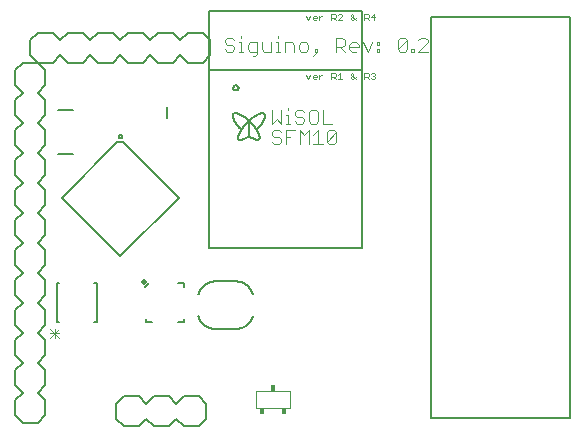
<source format=gto>
G75*
%MOIN*%
%OFA0B0*%
%FSLAX25Y25*%
%IPPOS*%
%LPD*%
%AMOC8*
5,1,8,0,0,1.08239X$1,22.5*
%
%ADD10C,0.00400*%
%ADD11C,0.00500*%
%ADD12C,0.00800*%
%ADD13C,0.02000*%
%ADD14C,0.00200*%
%ADD15C,0.00394*%
%ADD16R,0.01575X0.01969*%
%ADD17C,0.00600*%
%ADD18C,0.00300*%
D10*
X0091421Y0099335D02*
X0090654Y0100102D01*
X0091421Y0099335D02*
X0092956Y0099335D01*
X0093723Y0100102D01*
X0093723Y0100869D01*
X0092956Y0101637D01*
X0091421Y0101637D01*
X0090654Y0102404D01*
X0090654Y0103171D01*
X0091421Y0103939D01*
X0092956Y0103939D01*
X0093723Y0103171D01*
X0095258Y0103939D02*
X0098327Y0103939D01*
X0099862Y0103939D02*
X0101396Y0102404D01*
X0102931Y0103939D01*
X0102931Y0099335D01*
X0104465Y0099335D02*
X0107535Y0099335D01*
X0106000Y0099335D02*
X0106000Y0103939D01*
X0104465Y0102404D01*
X0109069Y0103171D02*
X0109069Y0100102D01*
X0112139Y0103171D01*
X0112139Y0100102D01*
X0111371Y0099335D01*
X0109837Y0099335D01*
X0109069Y0100102D01*
X0109069Y0103171D02*
X0109837Y0103939D01*
X0111371Y0103939D01*
X0112139Y0103171D01*
X0110604Y0106028D02*
X0107535Y0106028D01*
X0107535Y0110631D01*
X0106000Y0109864D02*
X0105233Y0110631D01*
X0103698Y0110631D01*
X0102931Y0109864D01*
X0102931Y0106795D01*
X0103698Y0106028D01*
X0105233Y0106028D01*
X0106000Y0106795D01*
X0106000Y0109864D01*
X0101396Y0109864D02*
X0100629Y0110631D01*
X0099094Y0110631D01*
X0098327Y0109864D01*
X0098327Y0109097D01*
X0099094Y0108330D01*
X0100629Y0108330D01*
X0101396Y0107562D01*
X0101396Y0106795D01*
X0100629Y0106028D01*
X0099094Y0106028D01*
X0098327Y0106795D01*
X0096792Y0106028D02*
X0095258Y0106028D01*
X0096025Y0106028D02*
X0096025Y0109097D01*
X0095258Y0109097D01*
X0096025Y0110631D02*
X0096025Y0111399D01*
X0093723Y0110631D02*
X0093723Y0106028D01*
X0092188Y0107562D01*
X0090654Y0106028D01*
X0090654Y0110631D01*
X0095258Y0103939D02*
X0095258Y0099335D01*
X0095258Y0101637D02*
X0096792Y0101637D01*
X0099862Y0099335D02*
X0099862Y0103939D01*
X0104182Y0128509D02*
X0105717Y0130043D01*
X0104949Y0130043D01*
X0104949Y0130811D01*
X0105717Y0130811D01*
X0105717Y0130043D01*
X0102647Y0130811D02*
X0102647Y0132345D01*
X0101880Y0133113D01*
X0100345Y0133113D01*
X0099578Y0132345D01*
X0099578Y0130811D01*
X0100345Y0130043D01*
X0101880Y0130043D01*
X0102647Y0130811D01*
X0098043Y0130043D02*
X0098043Y0132345D01*
X0097276Y0133113D01*
X0094974Y0133113D01*
X0094974Y0130043D01*
X0093439Y0130043D02*
X0091905Y0130043D01*
X0092672Y0130043D02*
X0092672Y0133113D01*
X0091905Y0133113D01*
X0090370Y0133113D02*
X0090370Y0130043D01*
X0088068Y0130043D01*
X0087301Y0130811D01*
X0087301Y0133113D01*
X0085766Y0133113D02*
X0083464Y0133113D01*
X0082697Y0132345D01*
X0082697Y0130811D01*
X0083464Y0130043D01*
X0085766Y0130043D01*
X0085766Y0129276D02*
X0085766Y0133113D01*
X0080395Y0133113D02*
X0080395Y0130043D01*
X0079628Y0130043D02*
X0081162Y0130043D01*
X0078093Y0130811D02*
X0077326Y0130043D01*
X0075791Y0130043D01*
X0075024Y0130811D01*
X0075791Y0132345D02*
X0077326Y0132345D01*
X0078093Y0131578D01*
X0078093Y0130811D01*
X0079628Y0133113D02*
X0080395Y0133113D01*
X0080395Y0134647D02*
X0080395Y0135415D01*
X0078093Y0133880D02*
X0077326Y0134647D01*
X0075791Y0134647D01*
X0075024Y0133880D01*
X0075024Y0133113D01*
X0075791Y0132345D01*
X0084232Y0128509D02*
X0084999Y0128509D01*
X0085766Y0129276D01*
X0092672Y0134647D02*
X0092672Y0135415D01*
X0111855Y0134647D02*
X0111855Y0130043D01*
X0111855Y0131578D02*
X0114157Y0131578D01*
X0114924Y0132345D01*
X0114924Y0133880D01*
X0114157Y0134647D01*
X0111855Y0134647D01*
X0113390Y0131578D02*
X0114924Y0130043D01*
X0116459Y0130811D02*
X0116459Y0132345D01*
X0117226Y0133113D01*
X0118761Y0133113D01*
X0119528Y0132345D01*
X0119528Y0131578D01*
X0116459Y0131578D01*
X0116459Y0130811D02*
X0117226Y0130043D01*
X0118761Y0130043D01*
X0121063Y0133113D02*
X0122598Y0130043D01*
X0124132Y0133113D01*
X0125667Y0133113D02*
X0125667Y0132345D01*
X0126434Y0132345D01*
X0126434Y0133113D01*
X0125667Y0133113D01*
X0125667Y0130811D02*
X0125667Y0130043D01*
X0126434Y0130043D01*
X0126434Y0130811D01*
X0125667Y0130811D01*
X0132573Y0130811D02*
X0133340Y0130043D01*
X0134875Y0130043D01*
X0135642Y0130811D01*
X0135642Y0133880D01*
X0132573Y0130811D01*
X0132573Y0133880D01*
X0133340Y0134647D01*
X0134875Y0134647D01*
X0135642Y0133880D01*
X0137177Y0130811D02*
X0137944Y0130811D01*
X0137944Y0130043D01*
X0137177Y0130043D01*
X0137177Y0130811D01*
X0139479Y0130043D02*
X0142548Y0133113D01*
X0142548Y0133880D01*
X0141781Y0134647D01*
X0140246Y0134647D01*
X0139479Y0133880D01*
X0139479Y0130043D02*
X0142548Y0130043D01*
D11*
X0143721Y0141654D02*
X0190178Y0141654D01*
X0190178Y0007796D01*
X0143721Y0007796D01*
X0143721Y0141654D01*
X0120769Y0143623D02*
X0120769Y0123938D01*
X0120769Y0064489D01*
X0069588Y0064489D01*
X0069588Y0123938D01*
X0069588Y0143623D01*
X0120769Y0143623D01*
X0120769Y0123938D02*
X0069588Y0123938D01*
X0077763Y0118032D02*
X0077765Y0118091D01*
X0077771Y0118149D01*
X0077781Y0118207D01*
X0077794Y0118264D01*
X0077812Y0118321D01*
X0077833Y0118376D01*
X0077858Y0118429D01*
X0077886Y0118480D01*
X0077917Y0118530D01*
X0077952Y0118577D01*
X0077990Y0118622D01*
X0078031Y0118665D01*
X0078075Y0118704D01*
X0078121Y0118740D01*
X0078169Y0118774D01*
X0078220Y0118804D01*
X0078273Y0118830D01*
X0078327Y0118853D01*
X0078382Y0118872D01*
X0078439Y0118888D01*
X0078497Y0118900D01*
X0078555Y0118908D01*
X0078614Y0118912D01*
X0078672Y0118912D01*
X0078731Y0118908D01*
X0078789Y0118900D01*
X0078847Y0118888D01*
X0078904Y0118872D01*
X0078959Y0118853D01*
X0079013Y0118830D01*
X0079066Y0118804D01*
X0079117Y0118774D01*
X0079165Y0118740D01*
X0079211Y0118704D01*
X0079255Y0118665D01*
X0079296Y0118622D01*
X0079334Y0118577D01*
X0079369Y0118530D01*
X0079400Y0118480D01*
X0079428Y0118429D01*
X0079453Y0118376D01*
X0079474Y0118321D01*
X0079492Y0118264D01*
X0079505Y0118207D01*
X0079515Y0118149D01*
X0079521Y0118091D01*
X0079523Y0118032D01*
X0079521Y0117973D01*
X0079515Y0117915D01*
X0079505Y0117857D01*
X0079492Y0117800D01*
X0079474Y0117743D01*
X0079453Y0117688D01*
X0079428Y0117635D01*
X0079400Y0117584D01*
X0079369Y0117534D01*
X0079334Y0117487D01*
X0079296Y0117442D01*
X0079255Y0117399D01*
X0079211Y0117360D01*
X0079165Y0117324D01*
X0079117Y0117290D01*
X0079066Y0117260D01*
X0079013Y0117234D01*
X0078959Y0117211D01*
X0078904Y0117192D01*
X0078847Y0117176D01*
X0078789Y0117164D01*
X0078731Y0117156D01*
X0078672Y0117152D01*
X0078614Y0117152D01*
X0078555Y0117156D01*
X0078497Y0117164D01*
X0078439Y0117176D01*
X0078382Y0117192D01*
X0078327Y0117211D01*
X0078273Y0117234D01*
X0078220Y0117260D01*
X0078169Y0117290D01*
X0078121Y0117324D01*
X0078075Y0117360D01*
X0078031Y0117399D01*
X0077990Y0117442D01*
X0077952Y0117487D01*
X0077917Y0117534D01*
X0077886Y0117584D01*
X0077858Y0117635D01*
X0077833Y0117688D01*
X0077812Y0117743D01*
X0077794Y0117800D01*
X0077781Y0117857D01*
X0077771Y0117915D01*
X0077765Y0117973D01*
X0077763Y0118032D01*
X0087495Y0106548D02*
X0087344Y0106301D01*
X0087188Y0106058D01*
X0087026Y0105818D01*
X0086859Y0105582D01*
X0086687Y0105349D01*
X0086509Y0105121D01*
X0086327Y0104897D01*
X0086139Y0104677D01*
X0085946Y0104461D01*
X0085749Y0104249D01*
X0085546Y0104043D01*
X0083741Y0106269D02*
X0083184Y0106826D01*
X0082973Y0107009D02*
X0082973Y0101891D01*
X0079421Y0101814D02*
X0079407Y0101754D01*
X0079397Y0101692D01*
X0079390Y0101630D01*
X0079386Y0101567D01*
X0079386Y0101505D01*
X0079390Y0101442D01*
X0079397Y0101380D01*
X0079407Y0101318D01*
X0079421Y0101258D01*
X0079423Y0101258D02*
X0079438Y0101205D01*
X0079458Y0101154D01*
X0079481Y0101104D01*
X0079507Y0101056D01*
X0079537Y0101009D01*
X0079570Y0100965D01*
X0079606Y0100924D01*
X0079645Y0100885D01*
X0079686Y0100849D01*
X0079730Y0100816D01*
X0079777Y0100786D01*
X0079825Y0100760D01*
X0079875Y0100737D01*
X0079926Y0100717D01*
X0079979Y0100702D01*
X0086246Y0102650D02*
X0086300Y0102514D01*
X0086352Y0102376D01*
X0086400Y0102237D01*
X0086444Y0102097D01*
X0086486Y0101957D01*
X0086524Y0101815D01*
X0086524Y0101258D02*
X0086509Y0101205D01*
X0086489Y0101154D01*
X0086466Y0101104D01*
X0086440Y0101056D01*
X0086410Y0101009D01*
X0086377Y0100965D01*
X0086341Y0100924D01*
X0086302Y0100885D01*
X0086261Y0100849D01*
X0086217Y0100816D01*
X0086170Y0100786D01*
X0086122Y0100760D01*
X0086072Y0100737D01*
X0086021Y0100717D01*
X0085968Y0100702D01*
X0079700Y0102650D02*
X0079646Y0102514D01*
X0079594Y0102376D01*
X0079546Y0102237D01*
X0079502Y0102097D01*
X0079460Y0101957D01*
X0079422Y0101815D01*
X0079979Y0100700D02*
X0080039Y0100686D01*
X0080101Y0100676D01*
X0080163Y0100669D01*
X0080226Y0100665D01*
X0080288Y0100665D01*
X0080351Y0100669D01*
X0080413Y0100676D01*
X0080475Y0100686D01*
X0080535Y0100700D01*
X0085690Y0103763D02*
X0085794Y0103584D01*
X0085893Y0103401D01*
X0085988Y0103217D01*
X0086079Y0103030D01*
X0086165Y0102841D01*
X0086247Y0102650D01*
X0085968Y0100700D02*
X0085908Y0100686D01*
X0085846Y0100676D01*
X0085784Y0100669D01*
X0085721Y0100665D01*
X0085659Y0100665D01*
X0085596Y0100669D01*
X0085534Y0100676D01*
X0085472Y0100686D01*
X0085412Y0100700D01*
X0086526Y0101258D02*
X0086540Y0101318D01*
X0086550Y0101380D01*
X0086557Y0101442D01*
X0086561Y0101505D01*
X0086561Y0101567D01*
X0086557Y0101630D01*
X0086550Y0101692D01*
X0086540Y0101754D01*
X0086526Y0101814D01*
X0086382Y0109331D02*
X0086518Y0109385D01*
X0086656Y0109437D01*
X0086795Y0109485D01*
X0086935Y0109529D01*
X0087075Y0109571D01*
X0087217Y0109609D01*
X0087773Y0109609D02*
X0087826Y0109594D01*
X0087877Y0109574D01*
X0087927Y0109551D01*
X0087975Y0109525D01*
X0088022Y0109495D01*
X0088066Y0109462D01*
X0088107Y0109426D01*
X0088146Y0109387D01*
X0088182Y0109346D01*
X0088215Y0109302D01*
X0088245Y0109255D01*
X0088271Y0109207D01*
X0088294Y0109157D01*
X0088314Y0109106D01*
X0088329Y0109053D01*
X0087773Y0109610D02*
X0087713Y0109624D01*
X0087651Y0109634D01*
X0087589Y0109641D01*
X0087526Y0109645D01*
X0087464Y0109645D01*
X0087401Y0109641D01*
X0087339Y0109634D01*
X0087277Y0109624D01*
X0087217Y0109610D01*
X0088331Y0109053D02*
X0088345Y0108993D01*
X0088355Y0108931D01*
X0088362Y0108869D01*
X0088366Y0108806D01*
X0088366Y0108744D01*
X0088362Y0108681D01*
X0088355Y0108619D01*
X0088345Y0108557D01*
X0088331Y0108497D01*
X0085411Y0100701D02*
X0085269Y0100739D01*
X0085129Y0100781D01*
X0084989Y0100825D01*
X0084850Y0100873D01*
X0084712Y0100925D01*
X0084576Y0100979D01*
X0080257Y0103763D02*
X0080153Y0103584D01*
X0080054Y0103401D01*
X0079959Y0103217D01*
X0079868Y0103030D01*
X0079782Y0102841D01*
X0079700Y0102650D01*
X0079565Y0109332D02*
X0079429Y0109386D01*
X0079291Y0109438D01*
X0079152Y0109486D01*
X0079012Y0109530D01*
X0078872Y0109572D01*
X0078730Y0109610D01*
X0078173Y0109609D02*
X0078120Y0109594D01*
X0078069Y0109574D01*
X0078019Y0109551D01*
X0077971Y0109525D01*
X0077924Y0109495D01*
X0077880Y0109462D01*
X0077839Y0109426D01*
X0077800Y0109387D01*
X0077764Y0109346D01*
X0077731Y0109302D01*
X0077701Y0109255D01*
X0077675Y0109207D01*
X0077652Y0109157D01*
X0077632Y0109106D01*
X0077617Y0109053D01*
X0078174Y0109610D02*
X0078234Y0109624D01*
X0078296Y0109634D01*
X0078358Y0109641D01*
X0078421Y0109645D01*
X0078483Y0109645D01*
X0078546Y0109641D01*
X0078608Y0109634D01*
X0078670Y0109624D01*
X0078730Y0109610D01*
X0077616Y0109053D02*
X0077602Y0108993D01*
X0077592Y0108931D01*
X0077585Y0108869D01*
X0077581Y0108806D01*
X0077581Y0108744D01*
X0077585Y0108681D01*
X0077592Y0108619D01*
X0077602Y0108557D01*
X0077616Y0108497D01*
X0080536Y0100702D02*
X0080678Y0100740D01*
X0080818Y0100782D01*
X0080958Y0100826D01*
X0081097Y0100874D01*
X0081235Y0100926D01*
X0081371Y0100980D01*
X0080678Y0108775D02*
X0080499Y0108879D01*
X0080316Y0108978D01*
X0080132Y0109073D01*
X0079945Y0109164D01*
X0079756Y0109250D01*
X0079565Y0109332D01*
X0087495Y0106548D02*
X0087599Y0106727D01*
X0087698Y0106910D01*
X0087793Y0107094D01*
X0087884Y0107281D01*
X0087970Y0107470D01*
X0088052Y0107661D01*
X0078451Y0106548D02*
X0078347Y0106727D01*
X0078248Y0106910D01*
X0078153Y0107094D01*
X0078062Y0107281D01*
X0077976Y0107470D01*
X0077894Y0107661D01*
X0082206Y0106269D02*
X0082763Y0106826D01*
X0088052Y0107661D02*
X0088106Y0107797D01*
X0088158Y0107935D01*
X0088206Y0108074D01*
X0088250Y0108214D01*
X0088292Y0108354D01*
X0088330Y0108496D01*
X0084576Y0100979D02*
X0084315Y0101122D01*
X0084058Y0101271D01*
X0083805Y0101427D01*
X0083555Y0101588D01*
X0083310Y0101756D01*
X0083068Y0101930D01*
X0085268Y0108775D02*
X0085447Y0108879D01*
X0085630Y0108978D01*
X0085814Y0109073D01*
X0086001Y0109164D01*
X0086190Y0109250D01*
X0086381Y0109332D01*
X0077895Y0107661D02*
X0077841Y0107797D01*
X0077789Y0107935D01*
X0077741Y0108074D01*
X0077697Y0108214D01*
X0077655Y0108354D01*
X0077617Y0108496D01*
X0081371Y0100980D02*
X0081631Y0101123D01*
X0081888Y0101272D01*
X0082142Y0101428D01*
X0082391Y0101589D01*
X0082637Y0101757D01*
X0082878Y0101930D01*
X0085690Y0103764D02*
X0085539Y0104010D01*
X0085383Y0104254D01*
X0085221Y0104494D01*
X0085054Y0104730D01*
X0084882Y0104962D01*
X0084704Y0105191D01*
X0084521Y0105415D01*
X0084334Y0105635D01*
X0084141Y0105851D01*
X0083943Y0106062D01*
X0083741Y0106269D01*
X0080400Y0104042D02*
X0080198Y0104249D01*
X0080000Y0104460D01*
X0079807Y0104676D01*
X0079620Y0104896D01*
X0079437Y0105120D01*
X0079259Y0105349D01*
X0079087Y0105581D01*
X0078920Y0105817D01*
X0078758Y0106057D01*
X0078602Y0106301D01*
X0078451Y0106547D01*
X0080679Y0108774D02*
X0080926Y0108623D01*
X0081169Y0108467D01*
X0081409Y0108305D01*
X0081645Y0108138D01*
X0081878Y0107966D01*
X0082106Y0107788D01*
X0082330Y0107606D01*
X0082550Y0107418D01*
X0082766Y0107225D01*
X0082978Y0107028D01*
X0083184Y0106825D01*
X0082762Y0106826D02*
X0082969Y0107028D01*
X0083180Y0107226D01*
X0083396Y0107419D01*
X0083616Y0107606D01*
X0083840Y0107789D01*
X0084069Y0107967D01*
X0084301Y0108139D01*
X0084537Y0108306D01*
X0084777Y0108468D01*
X0085021Y0108624D01*
X0085267Y0108775D01*
X0082206Y0106268D02*
X0082003Y0106062D01*
X0081806Y0105850D01*
X0081613Y0105634D01*
X0081425Y0105414D01*
X0081243Y0105190D01*
X0081065Y0104962D01*
X0080893Y0104729D01*
X0080726Y0104493D01*
X0080564Y0104253D01*
X0080408Y0104010D01*
X0080257Y0103763D01*
X0055759Y0108008D02*
X0055759Y0111758D01*
D12*
X0005060Y0008800D02*
X0007560Y0006300D01*
X0012560Y0006300D01*
X0015060Y0008800D01*
X0015060Y0013800D01*
X0012560Y0016300D01*
X0015060Y0018800D01*
X0015060Y0023800D01*
X0012560Y0026300D01*
X0015060Y0028800D01*
X0015060Y0033800D01*
X0012560Y0036300D01*
X0015060Y0038800D01*
X0015060Y0043800D01*
X0012560Y0046300D01*
X0015060Y0048800D01*
X0015060Y0053800D01*
X0012560Y0056300D01*
X0015060Y0058800D01*
X0015060Y0063800D01*
X0012560Y0066300D01*
X0015060Y0068800D01*
X0015060Y0073800D01*
X0012560Y0076300D01*
X0015060Y0078800D01*
X0015060Y0083800D01*
X0012560Y0086300D01*
X0015060Y0088800D01*
X0015060Y0093800D01*
X0012560Y0096300D01*
X0015060Y0098800D01*
X0015060Y0103800D01*
X0012560Y0106300D01*
X0015060Y0108800D01*
X0015060Y0113800D01*
X0012560Y0116300D01*
X0015060Y0118800D01*
X0015060Y0123800D01*
X0012560Y0126300D01*
X0007560Y0126300D01*
X0005060Y0123800D01*
X0005060Y0118800D01*
X0007560Y0116300D01*
X0005060Y0113800D01*
X0005060Y0108800D01*
X0007560Y0106300D01*
X0005060Y0103800D01*
X0005060Y0098800D01*
X0007560Y0096300D01*
X0005060Y0093800D01*
X0005060Y0088800D01*
X0007560Y0086300D01*
X0005060Y0083800D01*
X0005060Y0078800D01*
X0007560Y0076300D01*
X0005060Y0073800D01*
X0005060Y0068800D01*
X0007560Y0066300D01*
X0005060Y0063800D01*
X0005060Y0058800D01*
X0007560Y0056300D01*
X0005060Y0053800D01*
X0005060Y0048800D01*
X0007560Y0046300D01*
X0005060Y0043800D01*
X0005060Y0038800D01*
X0007560Y0036300D01*
X0005060Y0033800D01*
X0005060Y0028800D01*
X0007560Y0026300D01*
X0005060Y0023800D01*
X0005060Y0018800D01*
X0007560Y0016300D01*
X0005060Y0013800D01*
X0005060Y0008800D01*
X0038721Y0007658D02*
X0041221Y0005158D01*
X0046221Y0005158D01*
X0048721Y0007658D01*
X0051221Y0005158D01*
X0056221Y0005158D01*
X0058721Y0007658D01*
X0061221Y0005158D01*
X0066221Y0005158D01*
X0068721Y0007658D01*
X0068721Y0012658D01*
X0066221Y0015158D01*
X0061221Y0015158D01*
X0058721Y0012658D01*
X0056221Y0015158D01*
X0051221Y0015158D01*
X0048721Y0012658D01*
X0046221Y0015158D01*
X0041221Y0015158D01*
X0038721Y0012658D01*
X0038721Y0007658D01*
X0071280Y0037717D02*
X0079154Y0037717D01*
X0079303Y0037730D01*
X0079452Y0037746D01*
X0079600Y0037766D01*
X0079747Y0037790D01*
X0079894Y0037818D01*
X0080040Y0037849D01*
X0080185Y0037885D01*
X0080330Y0037924D01*
X0080473Y0037968D01*
X0080615Y0038015D01*
X0080755Y0038065D01*
X0080894Y0038120D01*
X0081032Y0038178D01*
X0081168Y0038239D01*
X0081303Y0038305D01*
X0081436Y0038373D01*
X0081566Y0038445D01*
X0081695Y0038521D01*
X0081822Y0038600D01*
X0081947Y0038683D01*
X0082070Y0038768D01*
X0082190Y0038857D01*
X0082308Y0038949D01*
X0082423Y0039044D01*
X0082536Y0039142D01*
X0082646Y0039243D01*
X0082753Y0039347D01*
X0082858Y0039454D01*
X0082960Y0039563D01*
X0083059Y0039675D01*
X0083155Y0039790D01*
X0083248Y0039907D01*
X0083338Y0040026D01*
X0083424Y0040148D01*
X0083507Y0040272D01*
X0083588Y0040398D01*
X0083664Y0040527D01*
X0083737Y0040657D01*
X0083807Y0040789D01*
X0083874Y0040923D01*
X0083936Y0041059D01*
X0083995Y0041196D01*
X0084051Y0041335D01*
X0084103Y0041475D01*
X0084151Y0041617D01*
X0084195Y0041759D01*
X0084236Y0041903D01*
X0084272Y0042048D01*
X0084273Y0049135D02*
X0084237Y0049280D01*
X0084196Y0049423D01*
X0084152Y0049566D01*
X0084104Y0049708D01*
X0084052Y0049848D01*
X0083996Y0049987D01*
X0083937Y0050124D01*
X0083875Y0050260D01*
X0083808Y0050394D01*
X0083739Y0050526D01*
X0083665Y0050656D01*
X0083589Y0050785D01*
X0083509Y0050911D01*
X0083425Y0051035D01*
X0083339Y0051157D01*
X0083249Y0051276D01*
X0083156Y0051393D01*
X0083060Y0051508D01*
X0082961Y0051620D01*
X0082859Y0051729D01*
X0082755Y0051836D01*
X0082647Y0051940D01*
X0082537Y0052041D01*
X0082424Y0052139D01*
X0082309Y0052234D01*
X0082191Y0052326D01*
X0082071Y0052415D01*
X0081948Y0052501D01*
X0081823Y0052583D01*
X0081696Y0052662D01*
X0081567Y0052738D01*
X0081437Y0052810D01*
X0081304Y0052879D01*
X0081169Y0052944D01*
X0081033Y0053005D01*
X0080895Y0053063D01*
X0080756Y0053118D01*
X0080615Y0053168D01*
X0080474Y0053215D01*
X0080330Y0053259D01*
X0080186Y0053298D01*
X0080041Y0053334D01*
X0079895Y0053365D01*
X0079748Y0053393D01*
X0079601Y0053417D01*
X0079452Y0053437D01*
X0079304Y0053453D01*
X0079155Y0053466D01*
X0079154Y0053465D02*
X0071280Y0053465D01*
X0071281Y0053466D02*
X0071132Y0053453D01*
X0070983Y0053437D01*
X0070835Y0053417D01*
X0070688Y0053393D01*
X0070541Y0053365D01*
X0070395Y0053334D01*
X0070250Y0053298D01*
X0070105Y0053259D01*
X0069962Y0053215D01*
X0069820Y0053168D01*
X0069680Y0053118D01*
X0069541Y0053063D01*
X0069403Y0053005D01*
X0069267Y0052944D01*
X0069132Y0052878D01*
X0068999Y0052810D01*
X0068869Y0052738D01*
X0068740Y0052662D01*
X0068613Y0052583D01*
X0068488Y0052500D01*
X0068365Y0052415D01*
X0068245Y0052326D01*
X0068127Y0052234D01*
X0068012Y0052139D01*
X0067899Y0052041D01*
X0067789Y0051940D01*
X0067682Y0051836D01*
X0067577Y0051729D01*
X0067475Y0051620D01*
X0067376Y0051508D01*
X0067280Y0051393D01*
X0067187Y0051276D01*
X0067097Y0051157D01*
X0067011Y0051035D01*
X0066928Y0050911D01*
X0066847Y0050785D01*
X0066771Y0050656D01*
X0066698Y0050526D01*
X0066628Y0050394D01*
X0066561Y0050260D01*
X0066499Y0050124D01*
X0066440Y0049987D01*
X0066384Y0049848D01*
X0066332Y0049708D01*
X0066284Y0049566D01*
X0066240Y0049424D01*
X0066199Y0049280D01*
X0066163Y0049135D01*
X0061454Y0051691D02*
X0061454Y0052794D01*
X0059454Y0052794D01*
X0049658Y0053091D02*
X0048258Y0051691D01*
X0048654Y0040898D02*
X0048654Y0039794D01*
X0050654Y0039794D01*
X0059454Y0039794D02*
X0061454Y0039794D01*
X0061454Y0040898D01*
X0066162Y0042048D02*
X0066198Y0041903D01*
X0066239Y0041760D01*
X0066283Y0041617D01*
X0066331Y0041475D01*
X0066383Y0041335D01*
X0066439Y0041196D01*
X0066498Y0041059D01*
X0066560Y0040923D01*
X0066627Y0040789D01*
X0066696Y0040657D01*
X0066770Y0040527D01*
X0066846Y0040398D01*
X0066926Y0040272D01*
X0067010Y0040148D01*
X0067096Y0040026D01*
X0067186Y0039907D01*
X0067279Y0039790D01*
X0067375Y0039675D01*
X0067474Y0039563D01*
X0067576Y0039454D01*
X0067680Y0039347D01*
X0067788Y0039243D01*
X0067898Y0039142D01*
X0068011Y0039044D01*
X0068126Y0038949D01*
X0068244Y0038857D01*
X0068364Y0038768D01*
X0068487Y0038682D01*
X0068612Y0038600D01*
X0068739Y0038521D01*
X0068868Y0038445D01*
X0068998Y0038373D01*
X0069131Y0038304D01*
X0069266Y0038239D01*
X0069402Y0038178D01*
X0069540Y0038120D01*
X0069679Y0038065D01*
X0069820Y0038015D01*
X0069961Y0037968D01*
X0070105Y0037924D01*
X0070249Y0037885D01*
X0070394Y0037849D01*
X0070540Y0037818D01*
X0070687Y0037790D01*
X0070834Y0037766D01*
X0070983Y0037746D01*
X0071131Y0037730D01*
X0071280Y0037717D01*
X0040060Y0061785D02*
X0020545Y0081300D01*
X0039072Y0099827D01*
X0041048Y0099827D01*
X0059575Y0081300D01*
X0040060Y0061785D01*
X0024351Y0095990D02*
X0019233Y0095990D01*
X0019233Y0110753D02*
X0024351Y0110753D01*
X0039531Y0101735D02*
X0039533Y0101784D01*
X0039539Y0101832D01*
X0039549Y0101880D01*
X0039563Y0101927D01*
X0039580Y0101973D01*
X0039601Y0102017D01*
X0039626Y0102059D01*
X0039654Y0102099D01*
X0039686Y0102137D01*
X0039720Y0102172D01*
X0039757Y0102204D01*
X0039796Y0102233D01*
X0039838Y0102259D01*
X0039882Y0102281D01*
X0039927Y0102299D01*
X0039974Y0102314D01*
X0040021Y0102325D01*
X0040070Y0102332D01*
X0040119Y0102335D01*
X0040168Y0102334D01*
X0040216Y0102329D01*
X0040265Y0102320D01*
X0040312Y0102307D01*
X0040358Y0102290D01*
X0040402Y0102270D01*
X0040445Y0102246D01*
X0040486Y0102219D01*
X0040524Y0102188D01*
X0040560Y0102155D01*
X0040592Y0102119D01*
X0040622Y0102080D01*
X0040649Y0102039D01*
X0040672Y0101995D01*
X0040691Y0101950D01*
X0040707Y0101904D01*
X0040719Y0101857D01*
X0040727Y0101808D01*
X0040731Y0101759D01*
X0040731Y0101711D01*
X0040727Y0101662D01*
X0040719Y0101613D01*
X0040707Y0101566D01*
X0040691Y0101520D01*
X0040672Y0101475D01*
X0040649Y0101431D01*
X0040622Y0101390D01*
X0040592Y0101351D01*
X0040560Y0101315D01*
X0040524Y0101282D01*
X0040486Y0101251D01*
X0040445Y0101224D01*
X0040402Y0101200D01*
X0040358Y0101180D01*
X0040312Y0101163D01*
X0040265Y0101150D01*
X0040216Y0101141D01*
X0040168Y0101136D01*
X0040119Y0101135D01*
X0040070Y0101138D01*
X0040021Y0101145D01*
X0039974Y0101156D01*
X0039927Y0101171D01*
X0039882Y0101189D01*
X0039838Y0101211D01*
X0039796Y0101237D01*
X0039757Y0101266D01*
X0039720Y0101298D01*
X0039686Y0101333D01*
X0039654Y0101371D01*
X0039626Y0101411D01*
X0039601Y0101453D01*
X0039580Y0101497D01*
X0039563Y0101543D01*
X0039549Y0101590D01*
X0039539Y0101638D01*
X0039533Y0101686D01*
X0039531Y0101735D01*
X0037560Y0126300D02*
X0032560Y0126300D01*
X0030060Y0128800D01*
X0027560Y0126300D01*
X0022560Y0126300D01*
X0020060Y0128800D01*
X0017560Y0126300D01*
X0012560Y0126300D01*
X0010060Y0128800D01*
X0010060Y0133800D01*
X0012560Y0136300D01*
X0017560Y0136300D01*
X0020060Y0133800D01*
X0022560Y0136300D01*
X0027560Y0136300D01*
X0030060Y0133800D01*
X0032560Y0136300D01*
X0037560Y0136300D01*
X0040060Y0133800D01*
X0042560Y0136300D01*
X0047560Y0136300D01*
X0050060Y0133800D01*
X0052560Y0136300D01*
X0057560Y0136300D01*
X0060060Y0133800D01*
X0062560Y0136300D01*
X0067560Y0136300D01*
X0070060Y0133800D01*
X0070060Y0128800D01*
X0067560Y0126300D01*
X0062560Y0126300D01*
X0060060Y0128800D01*
X0057560Y0126300D01*
X0052560Y0126300D01*
X0050060Y0128800D01*
X0047560Y0126300D01*
X0042560Y0126300D01*
X0040060Y0128800D01*
X0037560Y0126300D01*
D13*
X0048060Y0053300D03*
D14*
X0102705Y0120888D02*
X0103439Y0122356D01*
X0104181Y0121989D02*
X0104181Y0121255D01*
X0104548Y0120888D01*
X0105282Y0120888D01*
X0105649Y0121622D02*
X0104181Y0121622D01*
X0104181Y0121989D02*
X0104548Y0122356D01*
X0105282Y0122356D01*
X0105649Y0121989D01*
X0105649Y0121622D01*
X0106391Y0121622D02*
X0107125Y0122356D01*
X0107492Y0122356D01*
X0106391Y0122356D02*
X0106391Y0120888D01*
X0102705Y0120888D02*
X0101971Y0122356D01*
X0110442Y0121622D02*
X0111543Y0121622D01*
X0111910Y0121989D01*
X0111910Y0122723D01*
X0111543Y0123090D01*
X0110442Y0123090D01*
X0110442Y0120888D01*
X0111176Y0121622D02*
X0111910Y0120888D01*
X0112652Y0120888D02*
X0114120Y0120888D01*
X0113386Y0120888D02*
X0113386Y0123090D01*
X0112652Y0122356D01*
X0117072Y0122356D02*
X0118540Y0120888D01*
X0118540Y0121622D02*
X0117806Y0120888D01*
X0117439Y0120888D01*
X0117072Y0121255D01*
X0117072Y0121622D01*
X0117806Y0122356D01*
X0117806Y0122723D01*
X0117439Y0123090D01*
X0117072Y0122723D01*
X0117072Y0122356D01*
X0121492Y0121622D02*
X0122593Y0121622D01*
X0122960Y0121989D01*
X0122960Y0122723D01*
X0122593Y0123090D01*
X0121492Y0123090D01*
X0121492Y0120888D01*
X0122226Y0121622D02*
X0122960Y0120888D01*
X0123702Y0121255D02*
X0124068Y0120888D01*
X0124802Y0120888D01*
X0125169Y0121255D01*
X0125169Y0121622D01*
X0124802Y0121989D01*
X0124435Y0121989D01*
X0124802Y0121989D02*
X0125169Y0122356D01*
X0125169Y0122723D01*
X0124802Y0123090D01*
X0124068Y0123090D01*
X0123702Y0122723D01*
X0122960Y0140573D02*
X0122226Y0141307D01*
X0122593Y0141307D02*
X0121492Y0141307D01*
X0121492Y0140573D02*
X0121492Y0142775D01*
X0122593Y0142775D01*
X0122960Y0142408D01*
X0122960Y0141674D01*
X0122593Y0141307D01*
X0123702Y0141674D02*
X0125169Y0141674D01*
X0124802Y0140573D02*
X0124802Y0142775D01*
X0123702Y0141674D01*
X0118540Y0141307D02*
X0117806Y0140573D01*
X0117439Y0140573D01*
X0117072Y0140940D01*
X0117072Y0141307D01*
X0117806Y0142041D01*
X0117806Y0142408D01*
X0117439Y0142775D01*
X0117072Y0142408D01*
X0117072Y0142041D01*
X0118540Y0140573D01*
X0114120Y0140573D02*
X0112652Y0140573D01*
X0114120Y0142041D01*
X0114120Y0142408D01*
X0113753Y0142775D01*
X0113019Y0142775D01*
X0112652Y0142408D01*
X0111910Y0142408D02*
X0111910Y0141674D01*
X0111543Y0141307D01*
X0110442Y0141307D01*
X0110442Y0140573D02*
X0110442Y0142775D01*
X0111543Y0142775D01*
X0111910Y0142408D01*
X0111176Y0141307D02*
X0111910Y0140573D01*
X0107492Y0142041D02*
X0107125Y0142041D01*
X0106391Y0141307D01*
X0106391Y0140573D02*
X0106391Y0142041D01*
X0105649Y0141674D02*
X0105649Y0141307D01*
X0104181Y0141307D01*
X0104181Y0140940D02*
X0104181Y0141674D01*
X0104548Y0142041D01*
X0105282Y0142041D01*
X0105649Y0141674D01*
X0105282Y0140573D02*
X0104548Y0140573D01*
X0104181Y0140940D01*
X0103439Y0142041D02*
X0102705Y0140573D01*
X0101971Y0142041D01*
D15*
X0096674Y0017048D02*
X0085257Y0017048D01*
X0085257Y0011143D01*
X0096674Y0011143D01*
X0096674Y0017048D01*
D16*
X0090966Y0018032D03*
X0094706Y0010158D03*
X0087225Y0010158D03*
D17*
X0032211Y0039779D02*
X0031511Y0039779D01*
X0032211Y0039779D02*
X0032211Y0052979D01*
X0031511Y0052979D01*
X0019711Y0052979D02*
X0019011Y0052979D01*
X0019011Y0039779D01*
X0019711Y0039779D01*
D18*
X0019777Y0037765D02*
X0016641Y0034629D01*
X0016641Y0036197D02*
X0019777Y0036197D01*
X0019777Y0034629D02*
X0016641Y0037765D01*
X0018209Y0037765D02*
X0018209Y0034629D01*
M02*

</source>
